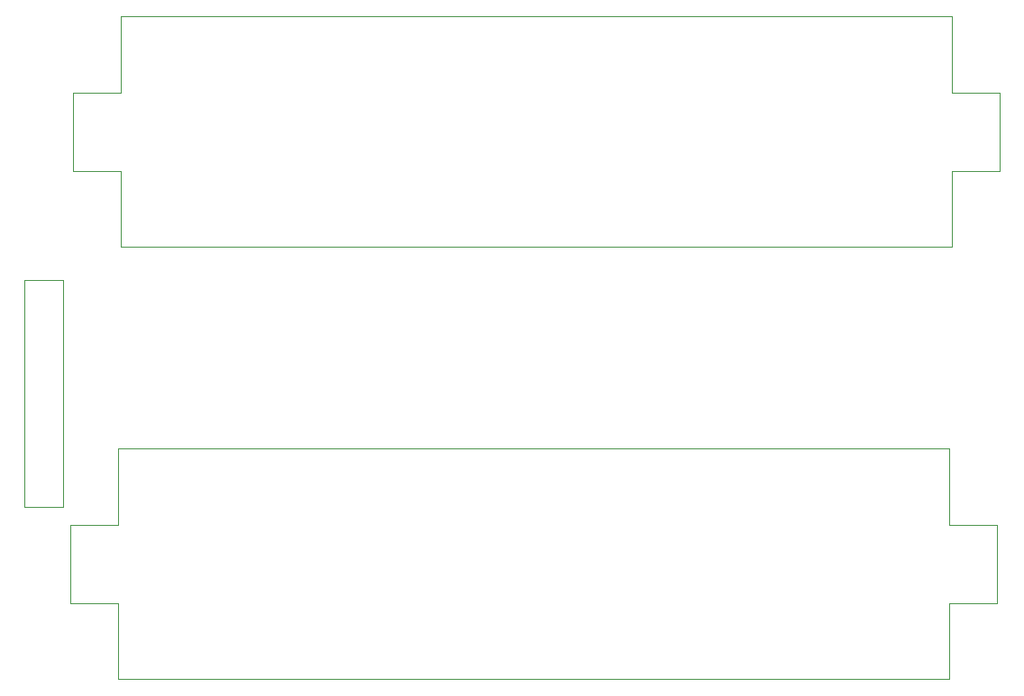
<source format=gbr>
G04 #@! TF.GenerationSoftware,KiCad,Pcbnew,(5.0.2)-1*
G04 #@! TF.CreationDate,2019-08-17T15:57:11+01:00*
G04 #@! TF.ProjectId,SoliCamb Rev 4 PCB,536f6c69-4361-46d6-9220-526576203420,rev?*
G04 #@! TF.SameCoordinates,Original*
G04 #@! TF.FileFunction,Other,User*
%FSLAX46Y46*%
G04 Gerber Fmt 4.6, Leading zero omitted, Abs format (unit mm)*
G04 Created by KiCad (PCBNEW (5.0.2)-1) date 8/17/2019 3:57:11 PM*
%MOMM*%
%LPD*%
G01*
G04 APERTURE LIST*
%ADD10C,0.050000*%
G04 APERTURE END LIST*
D10*
G04 #@! TO.C,BT2*
X71500000Y-81918000D02*
X67030000Y-81918000D01*
X67030000Y-81918000D02*
X67030000Y-89278000D01*
X67030000Y-89278000D02*
X71500000Y-89278000D01*
X154030000Y-89278000D02*
X149560000Y-89278000D01*
X149560000Y-81918000D02*
X154030000Y-81918000D01*
X71500000Y-96428000D02*
X71500000Y-89278000D01*
X71500000Y-74768000D02*
X71500000Y-81918000D01*
X149560000Y-96428000D02*
X149560000Y-89278000D01*
X71500000Y-96428000D02*
X149560000Y-96428000D01*
X71500000Y-74768000D02*
X149560000Y-74768000D01*
X149560000Y-74768000D02*
X149560000Y-81918000D01*
X154030000Y-81918000D02*
X154030000Y-89278000D01*
G04 #@! TO.C,BT1*
X66776000Y-129918000D02*
X66776000Y-122558000D01*
X71246000Y-137068000D02*
X71246000Y-129918000D01*
X149306000Y-137068000D02*
X71246000Y-137068000D01*
X149306000Y-115408000D02*
X71246000Y-115408000D01*
X71246000Y-115408000D02*
X71246000Y-122558000D01*
X149306000Y-137068000D02*
X149306000Y-129918000D01*
X149306000Y-115408000D02*
X149306000Y-122558000D01*
X71246000Y-129918000D02*
X66776000Y-129918000D01*
X66776000Y-122558000D02*
X71246000Y-122558000D01*
X153776000Y-122558000D02*
X149306000Y-122558000D01*
X153776000Y-129918000D02*
X153776000Y-122558000D01*
X149306000Y-129918000D02*
X153776000Y-129918000D01*
G04 #@! TO.C,U4*
X66062000Y-99546000D02*
X66062000Y-120896000D01*
X66062000Y-120896000D02*
X62462000Y-120896000D01*
X62462000Y-120896000D02*
X62462000Y-99546000D01*
X62462000Y-99546000D02*
X66062000Y-99546000D01*
G04 #@! TD*
M02*

</source>
